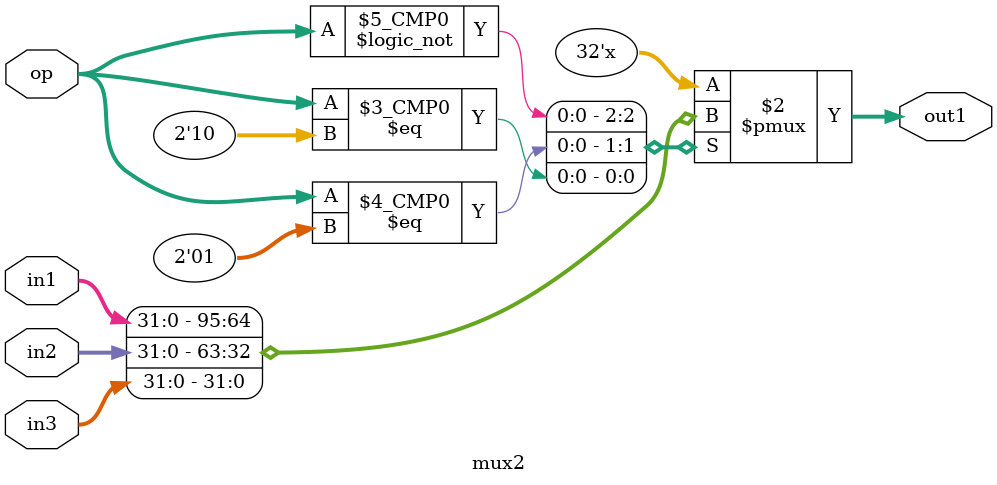
<source format=v>
module mux2(out1, in1, in2,in3, op);

input [1:0] op;
input [31:0] in1;
input [31:0] in2;
input [31:0] in3;

output reg [31:0] out1;

always@(*)
begin
	case(op)
		2'b00: out1 <= in1;
		2'b01: out1 <= in2;
		2'b10: out1 <= in3;
	endcase
end
endmodule
</source>
